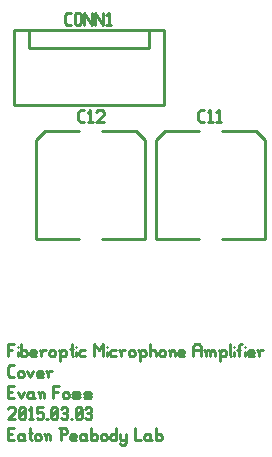
<source format=gto>
G04 start of page 8 for group -4079 idx -4079 *
G04 Title: (unknown), topsilk *
G04 Creator: pcb 20140316 *
G04 CreationDate: Wed 22 Apr 2015 10:12:54 AM GMT UTC *
G04 For: fosse *
G04 Format: Gerber/RS-274X *
G04 PCB-Dimensions (mil): 1600.00 3000.00 *
G04 PCB-Coordinate-Origin: lower left *
%MOIN*%
%FSLAX25Y25*%
%LNTOPSILK*%
%ADD37C,0.0100*%
G54D37*X47500Y140500D02*X48000Y141000D01*
X49500D01*
X50000Y140500D01*
Y139500D01*
X47500Y137000D02*X50000Y139500D01*
X47500Y137000D02*X50000D01*
X51200Y137500D02*X51700Y137000D01*
X51200Y140500D02*Y137500D01*
Y140500D02*X51700Y141000D01*
X52700D01*
X53200Y140500D01*
Y137500D01*
X52700Y137000D02*X53200Y137500D01*
X51700Y137000D02*X52700D01*
X51200Y138000D02*X53200Y140000D01*
X54400Y140200D02*X55200Y141000D01*
Y137000D01*
X54400D02*X55900D01*
X57100Y141000D02*X59100D01*
X57100D02*Y139000D01*
X57600Y139500D01*
X58600D01*
X59100Y139000D01*
Y137500D01*
X58600Y137000D02*X59100Y137500D01*
X57600Y137000D02*X58600D01*
X57100Y137500D02*X57600Y137000D01*
X60300D02*X60800D01*
X62000Y137500D02*X62500Y137000D01*
X62000Y140500D02*Y137500D01*
Y140500D02*X62500Y141000D01*
X63500D01*
X64000Y140500D01*
Y137500D01*
X63500Y137000D02*X64000Y137500D01*
X62500Y137000D02*X63500D01*
X62000Y138000D02*X64000Y140000D01*
X65200Y140500D02*X65700Y141000D01*
X66700D01*
X67200Y140500D01*
X66700Y137000D02*X67200Y137500D01*
X65700Y137000D02*X66700D01*
X65200Y137500D02*X65700Y137000D01*
Y139200D02*X66700D01*
X67200Y140500D02*Y139700D01*
Y138700D02*Y137500D01*
Y138700D02*X66700Y139200D01*
X67200Y139700D02*X66700Y139200D01*
X68400Y137000D02*X68900D01*
X70100Y137500D02*X70600Y137000D01*
X70100Y140500D02*Y137500D01*
Y140500D02*X70600Y141000D01*
X71600D01*
X72100Y140500D01*
Y137500D01*
X71600Y137000D02*X72100Y137500D01*
X70600Y137000D02*X71600D01*
X70100Y138000D02*X72100Y140000D01*
X73300Y140500D02*X73800Y141000D01*
X74800D01*
X75300Y140500D01*
X74800Y137000D02*X75300Y137500D01*
X73800Y137000D02*X74800D01*
X73300Y137500D02*X73800Y137000D01*
Y139200D02*X74800D01*
X75300Y140500D02*Y139700D01*
Y138700D02*Y137500D01*
Y138700D02*X74800Y139200D01*
X75300Y139700D02*X74800Y139200D01*
X47500Y162000D02*Y158000D01*
Y162000D02*X49500D01*
X47500Y160200D02*X49000D01*
X50700Y161000D02*Y160900D01*
Y159500D02*Y158000D01*
X51700Y162000D02*Y158000D01*
Y158500D02*X52200Y158000D01*
X53200D01*
X53700Y158500D01*
Y159500D02*Y158500D01*
X53200Y160000D02*X53700Y159500D01*
X52200Y160000D02*X53200D01*
X51700Y159500D02*X52200Y160000D01*
X55400Y158000D02*X56900D01*
X54900Y158500D02*X55400Y158000D01*
X54900Y159500D02*Y158500D01*
Y159500D02*X55400Y160000D01*
X56400D01*
X56900Y159500D01*
X54900Y159000D02*X56900D01*
Y159500D02*Y159000D01*
X58600Y159500D02*Y158000D01*
Y159500D02*X59100Y160000D01*
X60100D01*
X58100D02*X58600Y159500D01*
X61300D02*Y158500D01*
Y159500D02*X61800Y160000D01*
X62800D01*
X63300Y159500D01*
Y158500D01*
X62800Y158000D02*X63300Y158500D01*
X61800Y158000D02*X62800D01*
X61300Y158500D02*X61800Y158000D01*
X65000Y159500D02*Y156500D01*
X64500Y160000D02*X65000Y159500D01*
X65500Y160000D01*
X66500D01*
X67000Y159500D01*
Y158500D01*
X66500Y158000D02*X67000Y158500D01*
X65500Y158000D02*X66500D01*
X65000Y158500D02*X65500Y158000D01*
X68700Y162000D02*Y158500D01*
X69200Y158000D01*
X68200Y160500D02*X69200D01*
X70200Y161000D02*Y160900D01*
Y159500D02*Y158000D01*
X71700Y160000D02*X73200D01*
X71200Y159500D02*X71700Y160000D01*
X71200Y159500D02*Y158500D01*
X71700Y158000D01*
X73200D01*
X76200Y162000D02*Y158000D01*
Y162000D02*X77700Y160000D01*
X79200Y162000D01*
Y158000D01*
X80400Y161000D02*Y160900D01*
Y159500D02*Y158000D01*
X81900Y160000D02*X83400D01*
X81400Y159500D02*X81900Y160000D01*
X81400Y159500D02*Y158500D01*
X81900Y158000D01*
X83400D01*
X85100Y159500D02*Y158000D01*
Y159500D02*X85600Y160000D01*
X86600D01*
X84600D02*X85100Y159500D01*
X87800D02*Y158500D01*
Y159500D02*X88300Y160000D01*
X89300D01*
X89800Y159500D01*
Y158500D01*
X89300Y158000D02*X89800Y158500D01*
X88300Y158000D02*X89300D01*
X87800Y158500D02*X88300Y158000D01*
X91500Y159500D02*Y156500D01*
X91000Y160000D02*X91500Y159500D01*
X92000Y160000D01*
X93000D01*
X93500Y159500D01*
Y158500D01*
X93000Y158000D02*X93500Y158500D01*
X92000Y158000D02*X93000D01*
X91500Y158500D02*X92000Y158000D01*
X94700Y162000D02*Y158000D01*
Y159500D02*X95200Y160000D01*
X96200D01*
X96700Y159500D01*
Y158000D01*
X97900Y159500D02*Y158500D01*
Y159500D02*X98400Y160000D01*
X99400D01*
X99900Y159500D01*
Y158500D01*
X99400Y158000D02*X99900Y158500D01*
X98400Y158000D02*X99400D01*
X97900Y158500D02*X98400Y158000D01*
X101600Y159500D02*Y158000D01*
Y159500D02*X102100Y160000D01*
X102600D01*
X103100Y159500D01*
Y158000D01*
X101100Y160000D02*X101600Y159500D01*
X104800Y158000D02*X106300D01*
X104300Y158500D02*X104800Y158000D01*
X104300Y159500D02*Y158500D01*
Y159500D02*X104800Y160000D01*
X105800D01*
X106300Y159500D01*
X104300Y159000D02*X106300D01*
Y159500D02*Y159000D01*
X109300Y161000D02*Y158000D01*
Y161000D02*X110000Y162000D01*
X111100D01*
X111800Y161000D01*
Y158000D01*
X109300Y160000D02*X111800D01*
X113500Y159500D02*Y158000D01*
Y159500D02*X114000Y160000D01*
X114500D01*
X115000Y159500D01*
Y158000D01*
Y159500D02*X115500Y160000D01*
X116000D01*
X116500Y159500D01*
Y158000D01*
X113000Y160000D02*X113500Y159500D01*
X118200D02*Y156500D01*
X117700Y160000D02*X118200Y159500D01*
X118700Y160000D01*
X119700D01*
X120200Y159500D01*
Y158500D01*
X119700Y158000D02*X120200Y158500D01*
X118700Y158000D02*X119700D01*
X118200Y158500D02*X118700Y158000D01*
X121400Y162000D02*Y158500D01*
X121900Y158000D01*
X122900Y161000D02*Y160900D01*
Y159500D02*Y158000D01*
X124400Y161500D02*Y158000D01*
Y161500D02*X124900Y162000D01*
X125400D01*
X123900Y160000D02*X124900D01*
X126400Y161000D02*Y160900D01*
Y159500D02*Y158000D01*
X127900D02*X129400D01*
X127400Y158500D02*X127900Y158000D01*
X127400Y159500D02*Y158500D01*
Y159500D02*X127900Y160000D01*
X128900D01*
X129400Y159500D01*
X127400Y159000D02*X129400D01*
Y159500D02*Y159000D01*
X131100Y159500D02*Y158000D01*
Y159500D02*X131600Y160000D01*
X132600D01*
X130600D02*X131100Y159500D01*
X48200Y151000D02*X49500D01*
X47500Y151700D02*X48200Y151000D01*
X47500Y154300D02*Y151700D01*
Y154300D02*X48200Y155000D01*
X49500D01*
X50700Y152500D02*Y151500D01*
Y152500D02*X51200Y153000D01*
X52200D01*
X52700Y152500D01*
Y151500D01*
X52200Y151000D02*X52700Y151500D01*
X51200Y151000D02*X52200D01*
X50700Y151500D02*X51200Y151000D01*
X53900Y153000D02*X54900Y151000D01*
X55900Y153000D02*X54900Y151000D01*
X57600D02*X59100D01*
X57100Y151500D02*X57600Y151000D01*
X57100Y152500D02*Y151500D01*
Y152500D02*X57600Y153000D01*
X58600D01*
X59100Y152500D01*
X57100Y152000D02*X59100D01*
Y152500D02*Y152000D01*
X60800Y152500D02*Y151000D01*
Y152500D02*X61300Y153000D01*
X62300D01*
X60300D02*X60800Y152500D01*
X47500Y146200D02*X49000D01*
X47500Y144000D02*X49500D01*
X47500Y148000D02*Y144000D01*
Y148000D02*X49500D01*
X50700Y146000D02*X51700Y144000D01*
X52700Y146000D02*X51700Y144000D01*
X55400Y146000D02*X55900Y145500D01*
X54400Y146000D02*X55400D01*
X53900Y145500D02*X54400Y146000D01*
X53900Y145500D02*Y144500D01*
X54400Y144000D01*
X55900Y146000D02*Y144500D01*
X56400Y144000D01*
X54400D02*X55400D01*
X55900Y144500D01*
X58100Y145500D02*Y144000D01*
Y145500D02*X58600Y146000D01*
X59100D01*
X59600Y145500D01*
Y144000D01*
X57600Y146000D02*X58100Y145500D01*
X62600Y148000D02*Y144000D01*
Y148000D02*X64600D01*
X62600Y146200D02*X64100D01*
X65800Y145500D02*Y144500D01*
Y145500D02*X66300Y146000D01*
X67300D01*
X67800Y145500D01*
Y144500D01*
X67300Y144000D02*X67800Y144500D01*
X66300Y144000D02*X67300D01*
X65800Y144500D02*X66300Y144000D01*
X69500D02*X71000D01*
X71500Y144500D01*
X71000Y145000D02*X71500Y144500D01*
X69500Y145000D02*X71000D01*
X69000Y145500D02*X69500Y145000D01*
X69000Y145500D02*X69500Y146000D01*
X71000D01*
X71500Y145500D01*
X69000Y144500D02*X69500Y144000D01*
X73200D02*X74700D01*
X75200Y144500D01*
X74700Y145000D02*X75200Y144500D01*
X73200Y145000D02*X74700D01*
X72700Y145500D02*X73200Y145000D01*
X72700Y145500D02*X73200Y146000D01*
X74700D01*
X75200Y145500D01*
X72700Y144500D02*X73200Y144000D01*
X47500Y132200D02*X49000D01*
X47500Y130000D02*X49500D01*
X47500Y134000D02*Y130000D01*
Y134000D02*X49500D01*
X52200Y132000D02*X52700Y131500D01*
X51200Y132000D02*X52200D01*
X50700Y131500D02*X51200Y132000D01*
X50700Y131500D02*Y130500D01*
X51200Y130000D01*
X52700Y132000D02*Y130500D01*
X53200Y130000D01*
X51200D02*X52200D01*
X52700Y130500D01*
X54900Y134000D02*Y130500D01*
X55400Y130000D01*
X54400Y132500D02*X55400D01*
X56400Y131500D02*Y130500D01*
Y131500D02*X56900Y132000D01*
X57900D01*
X58400Y131500D01*
Y130500D01*
X57900Y130000D02*X58400Y130500D01*
X56900Y130000D02*X57900D01*
X56400Y130500D02*X56900Y130000D01*
X60100Y131500D02*Y130000D01*
Y131500D02*X60600Y132000D01*
X61100D01*
X61600Y131500D01*
Y130000D01*
X59600Y132000D02*X60100Y131500D01*
X65100Y134000D02*Y130000D01*
X64600Y134000D02*X66600D01*
X67100Y133500D01*
Y132500D01*
X66600Y132000D02*X67100Y132500D01*
X65100Y132000D02*X66600D01*
X68800Y130000D02*X70300D01*
X68300Y130500D02*X68800Y130000D01*
X68300Y131500D02*Y130500D01*
Y131500D02*X68800Y132000D01*
X69800D01*
X70300Y131500D01*
X68300Y131000D02*X70300D01*
Y131500D02*Y131000D01*
X73000Y132000D02*X73500Y131500D01*
X72000Y132000D02*X73000D01*
X71500Y131500D02*X72000Y132000D01*
X71500Y131500D02*Y130500D01*
X72000Y130000D01*
X73500Y132000D02*Y130500D01*
X74000Y130000D01*
X72000D02*X73000D01*
X73500Y130500D01*
X75200Y134000D02*Y130000D01*
Y130500D02*X75700Y130000D01*
X76700D01*
X77200Y130500D01*
Y131500D02*Y130500D01*
X76700Y132000D02*X77200Y131500D01*
X75700Y132000D02*X76700D01*
X75200Y131500D02*X75700Y132000D01*
X78400Y131500D02*Y130500D01*
Y131500D02*X78900Y132000D01*
X79900D01*
X80400Y131500D01*
Y130500D01*
X79900Y130000D02*X80400Y130500D01*
X78900Y130000D02*X79900D01*
X78400Y130500D02*X78900Y130000D01*
X83600Y134000D02*Y130000D01*
X83100D02*X83600Y130500D01*
X82100Y130000D02*X83100D01*
X81600Y130500D02*X82100Y130000D01*
X81600Y131500D02*Y130500D01*
Y131500D02*X82100Y132000D01*
X83100D01*
X83600Y131500D01*
X84800Y132000D02*Y130500D01*
X85300Y130000D01*
X86800Y132000D02*Y129000D01*
X86300Y128500D02*X86800Y129000D01*
X85300Y128500D02*X86300D01*
X84800Y129000D02*X85300Y128500D01*
Y130000D02*X86300D01*
X86800Y130500D01*
X89800Y134000D02*Y130000D01*
X91800D01*
X94500Y132000D02*X95000Y131500D01*
X93500Y132000D02*X94500D01*
X93000Y131500D02*X93500Y132000D01*
X93000Y131500D02*Y130500D01*
X93500Y130000D01*
X95000Y132000D02*Y130500D01*
X95500Y130000D01*
X93500D02*X94500D01*
X95000Y130500D01*
X96700Y134000D02*Y130000D01*
Y130500D02*X97200Y130000D01*
X98200D01*
X98700Y130500D01*
Y131500D02*Y130500D01*
X98200Y132000D02*X98700Y131500D01*
X97200Y132000D02*X98200D01*
X96700Y131500D02*X97200Y132000D01*
X118874Y197051D02*X133032D01*
Y230115D02*Y197051D01*
Y230115D02*X130032Y233115D01*
X118874D02*X130032D01*
X96968Y197051D02*X111126D01*
X96968Y230115D02*Y197051D01*
Y230115D02*X99968Y233115D01*
X111126D01*
X78874Y196968D02*X93032D01*
Y230032D02*Y196968D01*
Y230032D02*X90032Y233032D01*
X78874D02*X90032D01*
X56968Y196968D02*X71126D01*
X56968Y230032D02*Y196968D01*
Y230032D02*X59968Y233032D01*
X71126D01*
X49500Y241700D02*X99500D01*
X49500Y266700D02*X99500D01*
X54500Y260700D02*Y266700D01*
Y260700D02*X94500D01*
Y266700D01*
X49500D02*Y241700D01*
X99500Y266700D02*Y241700D01*
X71700Y236000D02*X73000D01*
X71000Y236700D02*X71700Y236000D01*
X71000Y239300D02*Y236700D01*
Y239300D02*X71700Y240000D01*
X73000D01*
X74200Y239200D02*X75000Y240000D01*
Y236000D01*
X74200D02*X75700D01*
X76900Y239500D02*X77400Y240000D01*
X78900D01*
X79400Y239500D01*
Y238500D01*
X76900Y236000D02*X79400Y238500D01*
X76900Y236000D02*X79400D01*
X111700Y236083D02*X113000D01*
X111000Y236783D02*X111700Y236083D01*
X111000Y239383D02*Y236783D01*
Y239383D02*X111700Y240083D01*
X113000D01*
X114200Y239283D02*X115000Y240083D01*
Y236083D01*
X114200D02*X115700D01*
X116900Y239283D02*X117700Y240083D01*
Y236083D01*
X116900D02*X118400D01*
X67200Y268500D02*X68500D01*
X66500Y269200D02*X67200Y268500D01*
X66500Y271800D02*Y269200D01*
Y271800D02*X67200Y272500D01*
X68500D01*
X69700Y272000D02*Y269000D01*
Y272000D02*X70200Y272500D01*
X71200D01*
X71700Y272000D01*
Y269000D01*
X71200Y268500D02*X71700Y269000D01*
X70200Y268500D02*X71200D01*
X69700Y269000D02*X70200Y268500D01*
X72900Y272500D02*Y268500D01*
Y272500D02*X75400Y268500D01*
Y272500D02*Y268500D01*
X76600Y272500D02*Y268500D01*
Y272500D02*X79100Y268500D01*
Y272500D02*Y268500D01*
X80300Y271700D02*X81100Y272500D01*
Y268500D01*
X80300D02*X81800D01*
M02*

</source>
